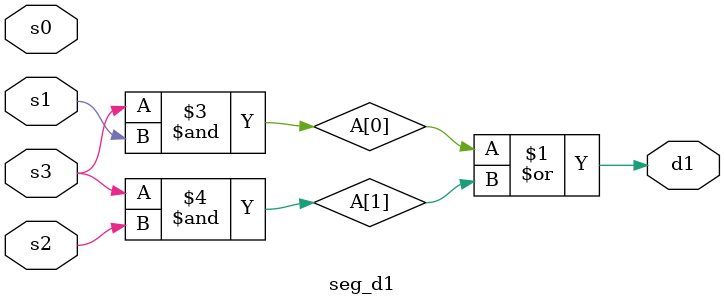
<source format=v>
module seg_d1 (d1, s3, s2, s1, s0);

    input s3, s2, s1, s0;
    output d1;


    // Fios para as portas AND (2 termos)
    wire A[1:0];
	 
/*
	d1(s3, s2, s1, s0) = s3s1 + s3s2
*/
    
	 // Instâncias das portas AND
    and (A[0], s3, s1);
    and (A[1], s3, s2);  
	 
	 
    // Porta OR final
    or (d1, A[0], A[1]);

endmodule

</source>
